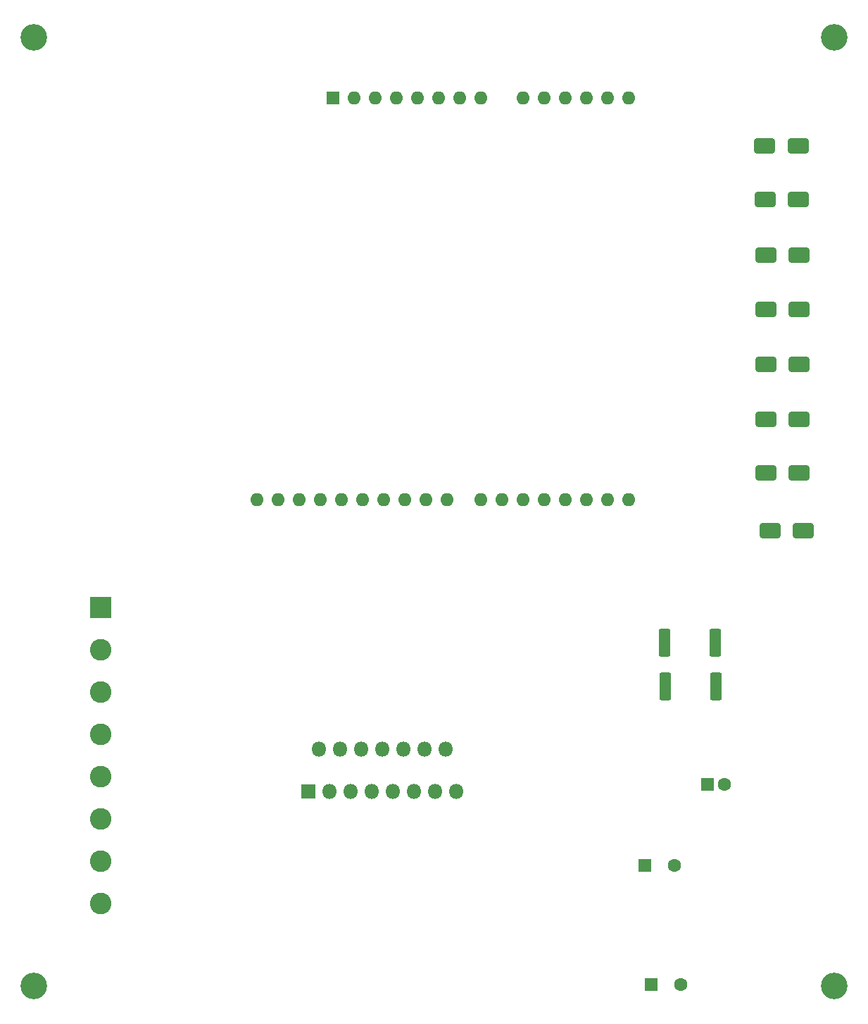
<source format=gbr>
%TF.GenerationSoftware,KiCad,Pcbnew,7.0.8*%
%TF.CreationDate,2024-03-10T19:24:50+01:00*%
%TF.ProjectId,Hacheur 4Q,48616368-6575-4722-9034-512e6b696361,rev?*%
%TF.SameCoordinates,Original*%
%TF.FileFunction,Soldermask,Top*%
%TF.FilePolarity,Negative*%
%FSLAX46Y46*%
G04 Gerber Fmt 4.6, Leading zero omitted, Abs format (unit mm)*
G04 Created by KiCad (PCBNEW 7.0.8) date 2024-03-10 19:24:50*
%MOMM*%
%LPD*%
G01*
G04 APERTURE LIST*
G04 Aperture macros list*
%AMRoundRect*
0 Rectangle with rounded corners*
0 $1 Rounding radius*
0 $2 $3 $4 $5 $6 $7 $8 $9 X,Y pos of 4 corners*
0 Add a 4 corners polygon primitive as box body*
4,1,4,$2,$3,$4,$5,$6,$7,$8,$9,$2,$3,0*
0 Add four circle primitives for the rounded corners*
1,1,$1+$1,$2,$3*
1,1,$1+$1,$4,$5*
1,1,$1+$1,$6,$7*
1,1,$1+$1,$8,$9*
0 Add four rect primitives between the rounded corners*
20,1,$1+$1,$2,$3,$4,$5,0*
20,1,$1+$1,$4,$5,$6,$7,0*
20,1,$1+$1,$6,$7,$8,$9,0*
20,1,$1+$1,$8,$9,$2,$3,0*%
G04 Aperture macros list end*
%ADD10C,3.200000*%
%ADD11R,1.600000X1.600000*%
%ADD12C,1.600000*%
%ADD13RoundRect,0.250000X-1.000000X-0.650000X1.000000X-0.650000X1.000000X0.650000X-1.000000X0.650000X0*%
%ADD14RoundRect,0.249999X-0.450001X-1.425001X0.450001X-1.425001X0.450001X1.425001X-0.450001X1.425001X0*%
%ADD15R,2.600000X2.600000*%
%ADD16C,2.600000*%
%ADD17O,1.600000X1.600000*%
%ADD18R,1.800000X1.800000*%
%ADD19O,1.800000X1.800000*%
G04 APERTURE END LIST*
D10*
%TO.C,H3*%
X111000000Y-141000000D03*
%TD*%
D11*
%TO.C,C2*%
X184500000Y-126500000D03*
D12*
X188000000Y-126500000D03*
%TD*%
D10*
%TO.C,H1*%
X207250000Y-27000000D03*
%TD*%
D13*
%TO.C,D7*%
X199000000Y-79350000D03*
X203000000Y-79350000D03*
%TD*%
%TO.C,D8*%
X199500000Y-86250000D03*
X203500000Y-86250000D03*
%TD*%
%TO.C,D1*%
X198900000Y-40000000D03*
X202900000Y-40000000D03*
%TD*%
%TO.C,D2*%
X198950000Y-46500000D03*
X202950000Y-46500000D03*
%TD*%
%TO.C,D6*%
X199000000Y-72850000D03*
X203000000Y-72850000D03*
%TD*%
D14*
%TO.C,R2*%
X186850000Y-99750000D03*
X192950000Y-99750000D03*
%TD*%
D13*
%TO.C,D5*%
X199000000Y-66300000D03*
X203000000Y-66300000D03*
%TD*%
D15*
%TO.C,J1*%
X119000000Y-95520000D03*
D16*
X119000000Y-100600000D03*
X119000000Y-105680000D03*
X119000000Y-110760000D03*
X119000000Y-115840000D03*
X119000000Y-120920000D03*
X119000000Y-126000000D03*
X119000000Y-131080000D03*
%TD*%
D13*
%TO.C,D4*%
X199000000Y-59700000D03*
X203000000Y-59700000D03*
%TD*%
D14*
%TO.C,R1*%
X186900000Y-105000000D03*
X193000000Y-105000000D03*
%TD*%
D10*
%TO.C,H4*%
X207250000Y-141000000D03*
%TD*%
D13*
%TO.C,D3*%
X199000000Y-53150000D03*
X203000000Y-53150000D03*
%TD*%
D11*
%TO.C,A1*%
X146960000Y-34250000D03*
D17*
X149500000Y-34250000D03*
X152040000Y-34250000D03*
X154580000Y-34250000D03*
X157120000Y-34250000D03*
X159660000Y-34250000D03*
X162200000Y-34250000D03*
X164740000Y-34250000D03*
X169820000Y-34250000D03*
X172360000Y-34250000D03*
X174900000Y-34250000D03*
X177440000Y-34250000D03*
X179980000Y-34250000D03*
X182520000Y-34250000D03*
X182520000Y-82510000D03*
X179980000Y-82510000D03*
X177440000Y-82510000D03*
X174900000Y-82510000D03*
X172360000Y-82510000D03*
X169820000Y-82510000D03*
X167280000Y-82510000D03*
X164740000Y-82510000D03*
X160680000Y-82510000D03*
X158140000Y-82510000D03*
X155600000Y-82510000D03*
X153060000Y-82510000D03*
X150520000Y-82510000D03*
X147980000Y-82510000D03*
X145440000Y-82510000D03*
X142900000Y-82510000D03*
X140360000Y-82510000D03*
X137820000Y-82510000D03*
%TD*%
D10*
%TO.C,H2*%
X111000000Y-27000000D03*
%TD*%
D18*
%TO.C,U1*%
X143990000Y-117580000D03*
D19*
X145260000Y-112500000D03*
X146530000Y-117580000D03*
X147800000Y-112500000D03*
X149070000Y-117580000D03*
X150340000Y-112500000D03*
X151610000Y-117580000D03*
X152880000Y-112500000D03*
X154150000Y-117580000D03*
X155420000Y-112500000D03*
X156690000Y-117580000D03*
X157960000Y-112500000D03*
X159230000Y-117580000D03*
X160500000Y-112500000D03*
X161770000Y-117580000D03*
%TD*%
D11*
%TO.C,C3*%
X185250000Y-140750000D03*
D12*
X188750000Y-140750000D03*
%TD*%
D11*
%TO.C,C1*%
X192000000Y-116750000D03*
D12*
X194000000Y-116750000D03*
%TD*%
M02*

</source>
